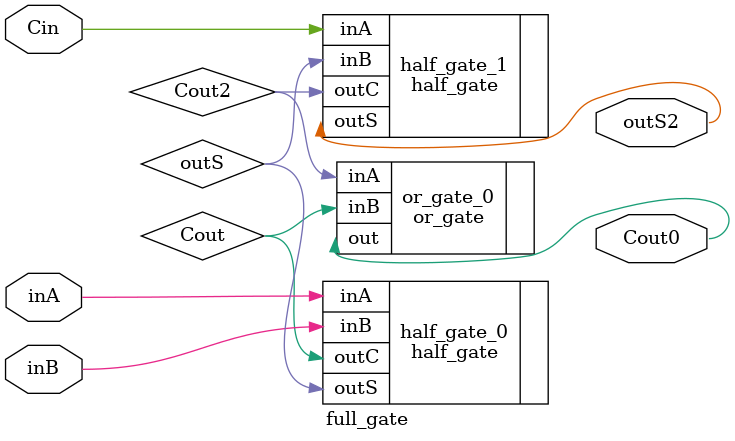
<source format=v>
`timescale 1ns / 1ps

module full_gate (
    input wire inA,
    input wire inB,
    input wire Cin,
    output wire outS2, Cout0
);
    wire outS;
    wire Cout, Cout2;

    half_gate half_gate_0(
	.inA(inA),
	.inB(inB),
	.outS(outS),
	.outC(Cout)
    );

    half_gate half_gate_1(
	.inA(Cin),
	.inB(outS),
	.outS(outS2),
	.outC(Cout2)
    );

    or_gate or_gate_0(
	.inA(Cout2),
	.inB(Cout),
	.out(Cout0)
    );

    
endmodule

</source>
